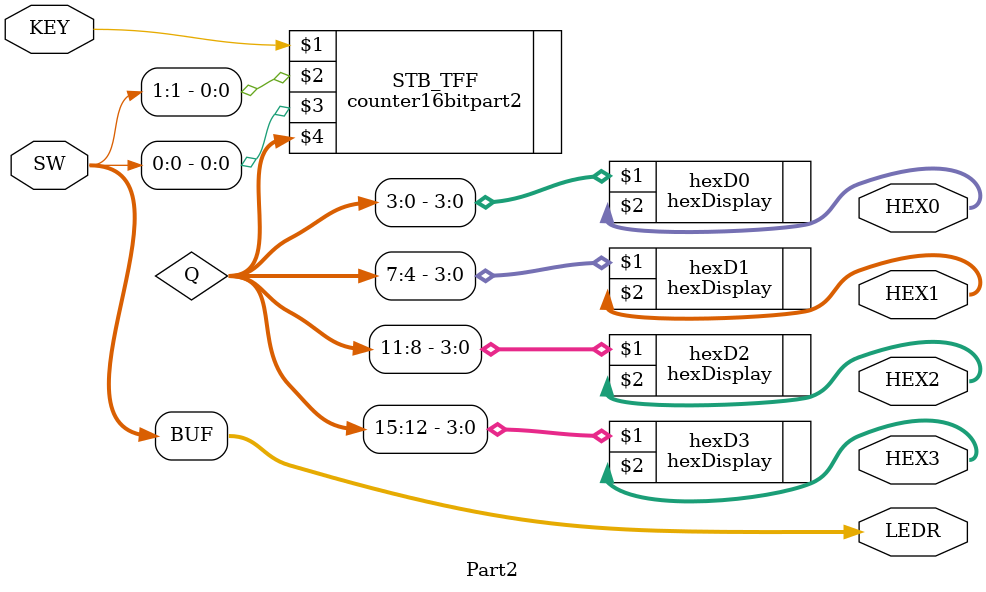
<source format=sv>
module Part2(input logic [0:0]KEY,input logic [1:0]SW,output logic [0:6]HEX0,HEX1,HEX2,HEX3,output logic [1:0]LEDR);
	assign LEDR = SW;
	wire [15:0]Q;
	counter16bitpart2 STB_TFF(KEY[0:0],SW[1],SW[0],Q[15:0]);
	hexDisplay hexD0(Q[3:0],HEX0);
	hexDisplay hexD1(Q[7:4],HEX1);
	hexDisplay hexD2(Q[11:8],HEX2);
	hexDisplay hexD3(Q[15:12],HEX3);
endmodule
</source>
